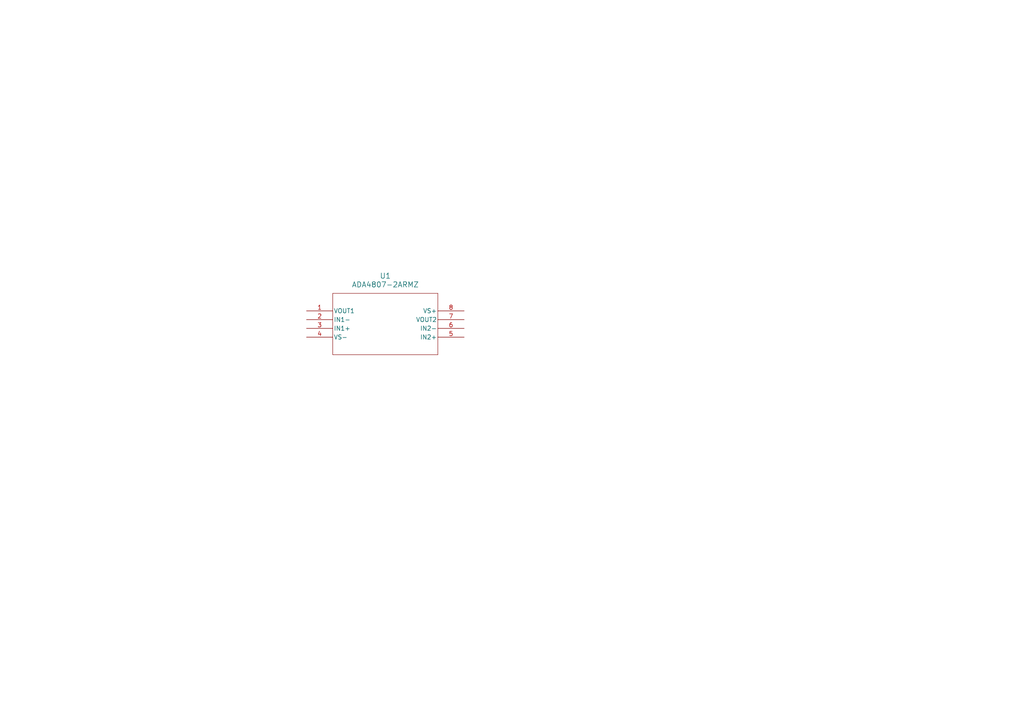
<source format=kicad_sch>
(kicad_sch (version 20231120) (generator "eeschema") (generator_version "8.0")
  (paper "A4")
  (lib_symbols
    (symbol "Opamp:ADA4807-2ARMZ" (pin_names (offset 0.254))
      (property "Reference" "U" (at 22.86 10.16 0))
      (property "Value" "ADA4807-2ARMZ" (at 22.86 7.62 0))
      (symbol "ADA4807-2ARMZ_0_1"
        (polyline (pts (xy 7.62 -12.7) (xy 38.1 -12.7)) (stroke (width 0.127)))
        (polyline (pts (xy 7.62 5.08) (xy 7.62 -12.7)) (stroke (width 0.127)))
        (polyline (pts (xy 38.1 -12.7) (xy 38.1 5.08)) (stroke (width 0.127)))
        (polyline (pts (xy 38.1 5.08) (xy 7.62 5.08)) (stroke (width 0.127)))
        (pin output line (at 0 0 0) (length 7.62) (name "VOUT1") (number "1"))
        (pin input line (at 0 -2.54 0) (length 7.62) (name "IN1-") (number "2"))
        (pin input line (at 0 -5.08 0) (length 7.62) (name "IN1+") (number "3"))
        (pin power_in line (at 0 -7.62 0) (length 7.62) (name "VS-") (number "4"))
        (pin input line (at 45.72 -7.62 180) (length 7.62) (name "IN2+") (number "5"))
        (pin input line (at 45.72 -5.08 180) (length 7.62) (name "IN2-") (number "6"))
        (pin output line (at 45.72 -2.54 180) (length 7.62) (name "VOUT2") (number "7"))
        (pin power_in line (at 45.72 0 180) (length 7.62) (name "VS+") (number "8"))
      )
    )
  )
  (symbol (lib_id "Opamp:ADA4807-2ARMZ") (at 88.9 90.17 0) (unit 1)
    (property "Reference" "U1" (at 111.76 80.01 0) (effects (font (size 1.524 1.524))))
    (property "Value" "ADA4807-2ARMZ" (at 111.76 82.55 0) (effects (font (size 1.524 1.524))))
    (property "Footprint" "RM-8_ADI" (effects (hide yes)))
    (property "Datasheet" "ADA4807-2ARMZ" (effects (hide yes)))
    (property "Sim.Library" "/home/maxwell/github-repos/sp-24-EE628/6_Test/2_PCB/test_board_1/TestBoardEDA/models/ADA4807.cir" (effects (hide yes)))
    (property "Sim.Name" "ADA4807" (effects (hide yes)))
    (property "Sim.Device" "SUBCKT" (effects (hide yes)))
    (property "Sim.Pins" "1=100 2=101 3=102 4=103 5=104 6=106" (effects (hide yes)))
  )
)
</source>
